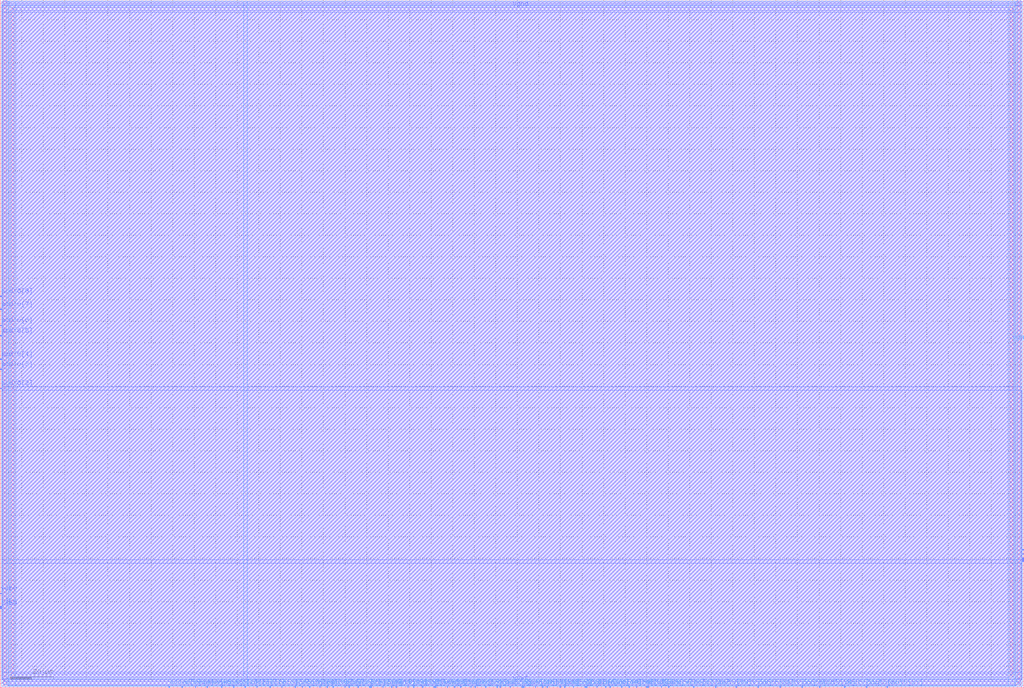
<source format=lef>
VERSION 5.4 ;
NAMESCASESENSITIVE ON ;
BUSBITCHARS "[]" ;
DIVIDERCHAR "/" ;
UNITS
  DATABASE MICRONS 2000 ;
END UNITS
MACRO sram_1rw0r0w_32_512_sky130
   CLASS BLOCK ;
   SIZE 475.02 BY 319.3 ;
   SYMMETRY X Y R90 ;
   PIN din0[0]
      DIRECTION INPUT ;
      PORT
         LAYER met4 ;
         RECT  113.56 0.0 113.94 0.38 ;
      END
   END din0[0]
   PIN din0[1]
      DIRECTION INPUT ;
      PORT
         LAYER met4 ;
         RECT  119.0 0.0 119.38 0.38 ;
      END
   END din0[1]
   PIN din0[2]
      DIRECTION INPUT ;
      PORT
         LAYER met4 ;
         RECT  125.12 0.0 125.5 0.38 ;
      END
   END din0[2]
   PIN din0[3]
      DIRECTION INPUT ;
      PORT
         LAYER met4 ;
         RECT  130.56 0.0 130.94 0.38 ;
      END
   END din0[3]
   PIN din0[4]
      DIRECTION INPUT ;
      PORT
         LAYER met4 ;
         RECT  136.68 0.0 137.06 0.38 ;
      END
   END din0[4]
   PIN din0[5]
      DIRECTION INPUT ;
      PORT
         LAYER met4 ;
         RECT  143.48 0.0 143.86 0.38 ;
      END
   END din0[5]
   PIN din0[6]
      DIRECTION INPUT ;
      PORT
         LAYER met4 ;
         RECT  148.24 0.0 148.62 0.38 ;
      END
   END din0[6]
   PIN din0[7]
      DIRECTION INPUT ;
      PORT
         LAYER met4 ;
         RECT  154.36 0.0 154.74 0.38 ;
      END
   END din0[7]
   PIN din0[8]
      DIRECTION INPUT ;
      PORT
         LAYER met4 ;
         RECT  159.8 0.0 160.18 0.38 ;
      END
   END din0[8]
   PIN din0[9]
      DIRECTION INPUT ;
      PORT
         LAYER met4 ;
         RECT  165.92 0.0 166.3 0.38 ;
      END
   END din0[9]
   PIN din0[10]
      DIRECTION INPUT ;
      PORT
         LAYER met4 ;
         RECT  171.36 0.0 171.74 0.38 ;
      END
   END din0[10]
   PIN din0[11]
      DIRECTION INPUT ;
      PORT
         LAYER met4 ;
         RECT  177.48 0.0 177.86 0.38 ;
      END
   END din0[11]
   PIN din0[12]
      DIRECTION INPUT ;
      PORT
         LAYER met4 ;
         RECT  183.6 0.0 183.98 0.38 ;
      END
   END din0[12]
   PIN din0[13]
      DIRECTION INPUT ;
      PORT
         LAYER met4 ;
         RECT  189.04 0.0 189.42 0.38 ;
      END
   END din0[13]
   PIN din0[14]
      DIRECTION INPUT ;
      PORT
         LAYER met4 ;
         RECT  195.84 0.0 196.22 0.38 ;
      END
   END din0[14]
   PIN din0[15]
      DIRECTION INPUT ;
      PORT
         LAYER met4 ;
         RECT  201.28 0.0 201.66 0.38 ;
      END
   END din0[15]
   PIN din0[16]
      DIRECTION INPUT ;
      PORT
         LAYER met4 ;
         RECT  207.4 0.0 207.78 0.38 ;
      END
   END din0[16]
   PIN din0[17]
      DIRECTION INPUT ;
      PORT
         LAYER met4 ;
         RECT  213.52 0.0 213.9 0.38 ;
      END
   END din0[17]
   PIN din0[18]
      DIRECTION INPUT ;
      PORT
         LAYER met4 ;
         RECT  218.28 0.0 218.66 0.38 ;
      END
   END din0[18]
   PIN din0[19]
      DIRECTION INPUT ;
      PORT
         LAYER met4 ;
         RECT  225.08 0.0 225.46 0.38 ;
      END
   END din0[19]
   PIN din0[20]
      DIRECTION INPUT ;
      PORT
         LAYER met4 ;
         RECT  230.52 0.0 230.9 0.38 ;
      END
   END din0[20]
   PIN din0[21]
      DIRECTION INPUT ;
      PORT
         LAYER met4 ;
         RECT  236.64 0.0 237.02 0.38 ;
      END
   END din0[21]
   PIN din0[22]
      DIRECTION INPUT ;
      PORT
         LAYER met4 ;
         RECT  242.76 0.0 243.14 0.38 ;
      END
   END din0[22]
   PIN din0[23]
      DIRECTION INPUT ;
      PORT
         LAYER met4 ;
         RECT  248.2 0.0 248.58 0.38 ;
      END
   END din0[23]
   PIN din0[24]
      DIRECTION INPUT ;
      PORT
         LAYER met4 ;
         RECT  253.64 0.0 254.02 0.38 ;
      END
   END din0[24]
   PIN din0[25]
      DIRECTION INPUT ;
      PORT
         LAYER met4 ;
         RECT  259.76 0.0 260.14 0.38 ;
      END
   END din0[25]
   PIN din0[26]
      DIRECTION INPUT ;
      PORT
         LAYER met4 ;
         RECT  265.88 0.0 266.26 0.38 ;
      END
   END din0[26]
   PIN din0[27]
      DIRECTION INPUT ;
      PORT
         LAYER met4 ;
         RECT  271.32 0.0 271.7 0.38 ;
      END
   END din0[27]
   PIN din0[28]
      DIRECTION INPUT ;
      PORT
         LAYER met4 ;
         RECT  276.76 0.0 277.14 0.38 ;
      END
   END din0[28]
   PIN din0[29]
      DIRECTION INPUT ;
      PORT
         LAYER met4 ;
         RECT  282.88 0.0 283.26 0.38 ;
      END
   END din0[29]
   PIN din0[30]
      DIRECTION INPUT ;
      PORT
         LAYER met4 ;
         RECT  288.32 0.0 288.7 0.38 ;
      END
   END din0[30]
   PIN din0[31]
      DIRECTION INPUT ;
      PORT
         LAYER met4 ;
         RECT  295.12 0.0 295.5 0.38 ;
      END
   END din0[31]
   PIN din0[32]
      DIRECTION INPUT ;
      PORT
         LAYER met4 ;
         RECT  299.88 0.0 300.26 0.38 ;
      END
   END din0[32]
   PIN addr0[0]
      DIRECTION INPUT ;
      PORT
         LAYER met4 ;
         RECT  78.2 0.0 78.58 0.38 ;
      END
   END addr0[0]
   PIN addr0[1]
      DIRECTION INPUT ;
      PORT
         LAYER met4 ;
         RECT  84.32 0.0 84.7 0.38 ;
      END
   END addr0[1]
   PIN addr0[2]
      DIRECTION INPUT ;
      PORT
         LAYER met3 ;
         RECT  0.0 138.72 0.38 139.1 ;
      END
   END addr0[2]
   PIN addr0[3]
      DIRECTION INPUT ;
      PORT
         LAYER met3 ;
         RECT  0.0 147.56 0.38 147.94 ;
      END
   END addr0[3]
   PIN addr0[4]
      DIRECTION INPUT ;
      PORT
         LAYER met3 ;
         RECT  0.0 152.32 0.38 152.7 ;
      END
   END addr0[4]
   PIN addr0[5]
      DIRECTION INPUT ;
      PORT
         LAYER met3 ;
         RECT  0.0 163.2 0.38 163.58 ;
      END
   END addr0[5]
   PIN addr0[6]
      DIRECTION INPUT ;
      PORT
         LAYER met3 ;
         RECT  0.0 167.96 0.38 168.34 ;
      END
   END addr0[6]
   PIN addr0[7]
      DIRECTION INPUT ;
      PORT
         LAYER met3 ;
         RECT  0.0 175.44 0.38 175.82 ;
      END
   END addr0[7]
   PIN addr0[8]
      DIRECTION INPUT ;
      PORT
         LAYER met3 ;
         RECT  0.0 181.56 0.38 181.94 ;
      END
   END addr0[8]
   PIN csb0
      DIRECTION INPUT ;
      PORT
         LAYER met3 ;
         RECT  0.0 36.72 0.38 37.1 ;
      END
   END csb0
   PIN web0
      DIRECTION INPUT ;
      PORT
         LAYER met3 ;
         RECT  0.0 43.52 0.38 43.9 ;
      END
   END web0
   PIN clk0
      DIRECTION INPUT ;
      PORT
         LAYER met3 ;
         RECT  0.0 37.4 0.38 37.78 ;
      END
   END clk0
   PIN wmask0[0]
      DIRECTION INPUT ;
      PORT
         LAYER met4 ;
         RECT  90.44 0.0 90.82 0.38 ;
      END
   END wmask0[0]
   PIN wmask0[1]
      DIRECTION INPUT ;
      PORT
         LAYER met4 ;
         RECT  95.88 0.0 96.26 0.38 ;
      END
   END wmask0[1]
   PIN wmask0[2]
      DIRECTION INPUT ;
      PORT
         LAYER met4 ;
         RECT  102.68 0.0 103.06 0.38 ;
      END
   END wmask0[2]
   PIN wmask0[3]
      DIRECTION INPUT ;
      PORT
         LAYER met4 ;
         RECT  108.12 0.0 108.5 0.38 ;
      END
   END wmask0[3]
   PIN spare_wen0[0]
      DIRECTION INPUT ;
      PORT
         LAYER met4 ;
         RECT  306.68 0.0 307.06 0.38 ;
      END
   END spare_wen0[0]
   PIN dout0[0]
      DIRECTION OUTPUT ;
      PORT
         LAYER met4 ;
         RECT  140.08 0.0 140.46 0.38 ;
      END
   END dout0[0]
   PIN dout0[1]
      DIRECTION OUTPUT ;
      PORT
         LAYER met4 ;
         RECT  151.64 0.0 152.02 0.38 ;
      END
   END dout0[1]
   PIN dout0[2]
      DIRECTION OUTPUT ;
      PORT
         LAYER met4 ;
         RECT  161.84 0.0 162.22 0.38 ;
      END
   END dout0[2]
   PIN dout0[3]
      DIRECTION OUTPUT ;
      PORT
         LAYER met4 ;
         RECT  172.04 0.0 172.42 0.38 ;
      END
   END dout0[3]
   PIN dout0[4]
      DIRECTION OUTPUT ;
      PORT
         LAYER met4 ;
         RECT  181.56 0.0 181.94 0.38 ;
      END
   END dout0[4]
   PIN dout0[5]
      DIRECTION OUTPUT ;
      PORT
         LAYER met4 ;
         RECT  191.76 0.0 192.14 0.38 ;
      END
   END dout0[5]
   PIN dout0[6]
      DIRECTION OUTPUT ;
      PORT
         LAYER met4 ;
         RECT  201.96 0.0 202.34 0.38 ;
      END
   END dout0[6]
   PIN dout0[7]
      DIRECTION OUTPUT ;
      PORT
         LAYER met4 ;
         RECT  210.8 0.0 211.18 0.38 ;
      END
   END dout0[7]
   PIN dout0[8]
      DIRECTION OUTPUT ;
      PORT
         LAYER met4 ;
         RECT  220.32 0.0 220.7 0.38 ;
      END
   END dout0[8]
   PIN dout0[9]
      DIRECTION OUTPUT ;
      PORT
         LAYER met4 ;
         RECT  231.88 0.0 232.26 0.38 ;
      END
   END dout0[9]
   PIN dout0[10]
      DIRECTION OUTPUT ;
      PORT
         LAYER met4 ;
         RECT  242.08 0.0 242.46 0.38 ;
      END
   END dout0[10]
   PIN dout0[11]
      DIRECTION OUTPUT ;
      PORT
         LAYER met4 ;
         RECT  251.6 0.0 251.98 0.38 ;
      END
   END dout0[11]
   PIN dout0[12]
      DIRECTION OUTPUT ;
      PORT
         LAYER met4 ;
         RECT  261.8 0.0 262.18 0.38 ;
      END
   END dout0[12]
   PIN dout0[13]
      DIRECTION OUTPUT ;
      PORT
         LAYER met4 ;
         RECT  272.0 0.0 272.38 0.38 ;
      END
   END dout0[13]
   PIN dout0[14]
      DIRECTION OUTPUT ;
      PORT
         LAYER met4 ;
         RECT  280.84 0.0 281.22 0.38 ;
      END
   END dout0[14]
   PIN dout0[15]
      DIRECTION OUTPUT ;
      PORT
         LAYER met4 ;
         RECT  291.72 0.0 292.1 0.38 ;
      END
   END dout0[15]
   PIN dout0[16]
      DIRECTION OUTPUT ;
      PORT
         LAYER met4 ;
         RECT  300.56 0.0 300.94 0.38 ;
      END
   END dout0[16]
   PIN dout0[17]
      DIRECTION OUTPUT ;
      PORT
         LAYER met4 ;
         RECT  310.08 0.0 310.46 0.38 ;
      END
   END dout0[17]
   PIN dout0[18]
      DIRECTION OUTPUT ;
      PORT
         LAYER met4 ;
         RECT  321.64 0.0 322.02 0.38 ;
      END
   END dout0[18]
   PIN dout0[19]
      DIRECTION OUTPUT ;
      PORT
         LAYER met4 ;
         RECT  331.84 0.0 332.22 0.38 ;
      END
   END dout0[19]
   PIN dout0[20]
      DIRECTION OUTPUT ;
      PORT
         LAYER met4 ;
         RECT  341.36 0.0 341.74 0.38 ;
      END
   END dout0[20]
   PIN dout0[21]
      DIRECTION OUTPUT ;
      PORT
         LAYER met4 ;
         RECT  351.56 0.0 351.94 0.38 ;
      END
   END dout0[21]
   PIN dout0[22]
      DIRECTION OUTPUT ;
      PORT
         LAYER met4 ;
         RECT  361.76 0.0 362.14 0.38 ;
      END
   END dout0[22]
   PIN dout0[23]
      DIRECTION OUTPUT ;
      PORT
         LAYER met4 ;
         RECT  371.96 0.0 372.34 0.38 ;
      END
   END dout0[23]
   PIN dout0[24]
      DIRECTION OUTPUT ;
      PORT
         LAYER met4 ;
         RECT  380.12 0.0 380.5 0.38 ;
      END
   END dout0[24]
   PIN dout0[25]
      DIRECTION OUTPUT ;
      PORT
         LAYER met4 ;
         RECT  391.68 0.0 392.06 0.38 ;
      END
   END dout0[25]
   PIN dout0[26]
      DIRECTION OUTPUT ;
      PORT
         LAYER met4 ;
         RECT  401.88 0.0 402.26 0.38 ;
      END
   END dout0[26]
   PIN dout0[27]
      DIRECTION OUTPUT ;
      PORT
         LAYER met4 ;
         RECT  411.4 0.0 411.78 0.38 ;
      END
   END dout0[27]
   PIN dout0[28]
      DIRECTION OUTPUT ;
      PORT
         LAYER met3 ;
         RECT  474.64 58.48 475.02 58.86 ;
      END
   END dout0[28]
   PIN dout0[29]
      DIRECTION OUTPUT ;
      PORT
         LAYER met3 ;
         RECT  474.64 59.16 475.02 59.54 ;
      END
   END dout0[29]
   PIN dout0[30]
      DIRECTION OUTPUT ;
      PORT
         LAYER met3 ;
         RECT  474.64 63.92 475.02 64.3 ;
      END
   END dout0[30]
   PIN dout0[31]
      DIRECTION OUTPUT ;
      PORT
         LAYER met3 ;
         RECT  474.64 59.84 475.02 60.22 ;
      END
   END dout0[31]
   PIN dout0[32]
      DIRECTION OUTPUT ;
      PORT
         LAYER met3 ;
         RECT  474.64 61.88 475.02 62.26 ;
      END
   END dout0[32]
   PIN vpwr
      DIRECTION INOUT ;
      USE POWER ; 
      SHAPE ABUTMENT ; 
      PORT
         LAYER met3 ;
         RECT  1.36 317.56 473.66 319.3 ;
         LAYER met4 ;
         RECT  1.36 1.36 3.1 319.3 ;
         LAYER met3 ;
         RECT  1.36 1.36 473.66 3.1 ;
         LAYER met4 ;
         RECT  471.92 1.36 473.66 319.3 ;
      END
   END vpwr
   PIN vgnd
      DIRECTION INOUT ;
      USE GROUND ; 
      SHAPE ABUTMENT ; 
      PORT
         LAYER met3 ;
         RECT  4.76 4.76 470.26 6.5 ;
         LAYER met4 ;
         RECT  4.76 4.76 6.5 315.9 ;
         LAYER met3 ;
         RECT  4.76 314.16 470.26 315.9 ;
         LAYER met4 ;
         RECT  468.52 4.76 470.26 315.9 ;
      END
   END vgnd
   OBS
   LAYER  met1 ;
      RECT  0.62 0.62 474.4 318.68 ;
   LAYER  met2 ;
      RECT  0.62 0.62 474.4 318.68 ;
   LAYER  met3 ;
      RECT  0.98 138.12 474.4 139.7 ;
      RECT  0.62 139.7 0.98 146.96 ;
      RECT  0.62 148.54 0.98 151.72 ;
      RECT  0.62 153.3 0.98 162.6 ;
      RECT  0.62 164.18 0.98 167.36 ;
      RECT  0.62 168.94 0.98 174.84 ;
      RECT  0.62 176.42 0.98 180.96 ;
      RECT  0.62 44.5 0.98 138.12 ;
      RECT  0.62 38.38 0.98 42.92 ;
      RECT  0.98 57.88 474.04 59.46 ;
      RECT  0.98 59.46 474.04 138.12 ;
      RECT  474.04 64.9 474.4 138.12 ;
      RECT  474.04 60.82 474.4 61.28 ;
      RECT  474.04 62.86 474.4 63.32 ;
      RECT  474.26 139.7 474.4 316.96 ;
      RECT  474.26 316.96 474.4 318.68 ;
      RECT  0.62 182.54 0.76 316.96 ;
      RECT  0.62 316.96 0.76 318.68 ;
      RECT  0.76 182.54 0.98 316.96 ;
      RECT  0.62 0.62 0.76 0.76 ;
      RECT  0.62 0.76 0.76 3.7 ;
      RECT  0.62 3.7 0.76 36.12 ;
      RECT  0.76 0.62 0.98 0.76 ;
      RECT  0.76 3.7 0.98 36.12 ;
      RECT  0.98 0.62 474.04 0.76 ;
      RECT  474.04 0.62 474.26 0.76 ;
      RECT  474.04 3.7 474.26 57.88 ;
      RECT  474.26 0.62 474.4 0.76 ;
      RECT  474.26 0.76 474.4 3.7 ;
      RECT  474.26 3.7 474.4 57.88 ;
      RECT  0.98 3.7 4.16 4.16 ;
      RECT  0.98 4.16 4.16 7.1 ;
      RECT  0.98 7.1 4.16 57.88 ;
      RECT  4.16 3.7 470.86 4.16 ;
      RECT  4.16 7.1 470.86 57.88 ;
      RECT  470.86 3.7 474.04 4.16 ;
      RECT  470.86 4.16 474.04 7.1 ;
      RECT  470.86 7.1 474.04 57.88 ;
      RECT  0.98 139.7 4.16 313.56 ;
      RECT  0.98 313.56 4.16 316.5 ;
      RECT  0.98 316.5 4.16 316.96 ;
      RECT  4.16 139.7 470.86 313.56 ;
      RECT  4.16 316.5 470.86 316.96 ;
      RECT  470.86 139.7 474.26 313.56 ;
      RECT  470.86 313.56 474.26 316.5 ;
      RECT  470.86 316.5 474.26 316.96 ;
   LAYER  met4 ;
      RECT  112.96 0.98 114.54 318.68 ;
      RECT  114.54 0.62 118.4 0.98 ;
      RECT  119.98 0.62 124.52 0.98 ;
      RECT  126.1 0.62 129.96 0.98 ;
      RECT  131.54 0.62 136.08 0.98 ;
      RECT  144.46 0.62 147.64 0.98 ;
      RECT  155.34 0.62 159.2 0.98 ;
      RECT  166.9 0.62 170.76 0.98 ;
      RECT  184.58 0.62 188.44 0.98 ;
      RECT  196.82 0.62 200.68 0.98 ;
      RECT  214.5 0.62 217.68 0.98 ;
      RECT  226.06 0.62 229.92 0.98 ;
      RECT  243.74 0.62 247.6 0.98 ;
      RECT  254.62 0.62 259.16 0.98 ;
      RECT  266.86 0.62 270.72 0.98 ;
      RECT  283.86 0.62 287.72 0.98 ;
      RECT  296.1 0.62 299.28 0.98 ;
      RECT  79.18 0.62 83.72 0.98 ;
      RECT  85.3 0.62 89.84 0.98 ;
      RECT  91.42 0.62 95.28 0.98 ;
      RECT  96.86 0.62 102.08 0.98 ;
      RECT  103.66 0.62 107.52 0.98 ;
      RECT  109.1 0.62 112.96 0.98 ;
      RECT  137.66 0.62 139.48 0.98 ;
      RECT  141.06 0.62 142.88 0.98 ;
      RECT  149.22 0.62 151.04 0.98 ;
      RECT  152.62 0.62 153.76 0.98 ;
      RECT  160.78 0.62 161.24 0.98 ;
      RECT  162.82 0.62 165.32 0.98 ;
      RECT  173.02 0.62 176.88 0.98 ;
      RECT  178.46 0.62 180.96 0.98 ;
      RECT  182.54 0.62 183.0 0.98 ;
      RECT  190.02 0.62 191.16 0.98 ;
      RECT  192.74 0.62 195.24 0.98 ;
      RECT  202.94 0.62 206.8 0.98 ;
      RECT  208.38 0.62 210.2 0.98 ;
      RECT  211.78 0.62 212.92 0.98 ;
      RECT  219.26 0.62 219.72 0.98 ;
      RECT  221.3 0.62 224.48 0.98 ;
      RECT  232.86 0.62 236.04 0.98 ;
      RECT  237.62 0.62 241.48 0.98 ;
      RECT  249.18 0.62 251.0 0.98 ;
      RECT  252.58 0.62 253.04 0.98 ;
      RECT  260.74 0.62 261.2 0.98 ;
      RECT  262.78 0.62 265.28 0.98 ;
      RECT  272.98 0.62 276.16 0.98 ;
      RECT  277.74 0.62 280.24 0.98 ;
      RECT  281.82 0.62 282.28 0.98 ;
      RECT  289.3 0.62 291.12 0.98 ;
      RECT  292.7 0.62 294.52 0.98 ;
      RECT  301.54 0.62 306.08 0.98 ;
      RECT  307.66 0.62 309.48 0.98 ;
      RECT  311.06 0.62 321.04 0.98 ;
      RECT  322.62 0.62 331.24 0.98 ;
      RECT  332.82 0.62 340.76 0.98 ;
      RECT  342.34 0.62 350.96 0.98 ;
      RECT  352.54 0.62 361.16 0.98 ;
      RECT  362.74 0.62 371.36 0.98 ;
      RECT  372.94 0.62 379.52 0.98 ;
      RECT  381.1 0.62 391.08 0.98 ;
      RECT  392.66 0.62 401.28 0.98 ;
      RECT  402.86 0.62 410.8 0.98 ;
      RECT  0.62 0.98 0.76 318.68 ;
      RECT  0.62 0.62 0.76 0.76 ;
      RECT  0.62 0.76 0.76 0.98 ;
      RECT  0.76 0.62 3.7 0.76 ;
      RECT  3.7 0.62 77.6 0.76 ;
      RECT  3.7 0.76 77.6 0.98 ;
      RECT  474.26 0.98 474.4 318.68 ;
      RECT  412.38 0.62 471.32 0.76 ;
      RECT  412.38 0.76 471.32 0.98 ;
      RECT  471.32 0.62 474.26 0.76 ;
      RECT  474.26 0.62 474.4 0.76 ;
      RECT  474.26 0.76 474.4 0.98 ;
      RECT  3.7 0.98 4.16 4.16 ;
      RECT  3.7 4.16 4.16 316.5 ;
      RECT  3.7 316.5 4.16 318.68 ;
      RECT  4.16 0.98 7.1 4.16 ;
      RECT  4.16 316.5 7.1 318.68 ;
      RECT  7.1 0.98 112.96 4.16 ;
      RECT  7.1 4.16 112.96 316.5 ;
      RECT  7.1 316.5 112.96 318.68 ;
      RECT  114.54 0.98 467.92 4.16 ;
      RECT  114.54 4.16 467.92 316.5 ;
      RECT  114.54 316.5 467.92 318.68 ;
      RECT  467.92 0.98 470.86 4.16 ;
      RECT  467.92 316.5 470.86 318.68 ;
      RECT  470.86 0.98 471.32 4.16 ;
      RECT  470.86 4.16 471.32 316.5 ;
      RECT  470.86 316.5 471.32 318.68 ;
   END
END    sram_1rw0r0w_32_512_sky130
END    LIBRARY

</source>
